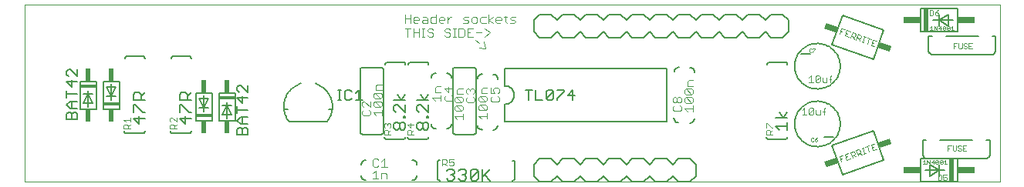
<source format=gto>
G75*
%MOIN*%
%OFA0B0*%
%FSLAX24Y24*%
%IPPOS*%
%LPD*%
%AMOC8*
5,1,8,0,0,1.08239X$1,22.5*
%
%ADD10C,0.0010*%
%ADD11C,0.0030*%
%ADD12C,0.0080*%
%ADD13C,0.0060*%
%ADD14C,0.0040*%
%ADD15R,0.0200X0.1000*%
%ADD16R,0.0750X0.0300*%
%ADD17C,0.0020*%
%ADD18R,0.0700X0.0150*%
%ADD19R,0.0200X0.0550*%
%ADD20C,0.0050*%
%ADD21R,0.0526X0.0256*%
D10*
X001244Y004057D02*
X043370Y004057D01*
X043370Y011734D01*
X001244Y011734D01*
X001244Y004057D01*
X035234Y005827D02*
X035259Y005802D01*
X035309Y005802D01*
X035334Y005827D01*
X035381Y005827D02*
X035406Y005802D01*
X035456Y005802D01*
X035481Y005827D01*
X035481Y005852D01*
X035456Y005877D01*
X035381Y005877D01*
X035381Y005827D01*
X035381Y005877D02*
X035431Y005927D01*
X035481Y005952D01*
X035334Y005927D02*
X035309Y005952D01*
X035259Y005952D01*
X035234Y005927D01*
X035234Y005827D01*
X035224Y009662D02*
X035249Y009687D01*
X035224Y009662D02*
X035174Y009662D01*
X035149Y009687D01*
X035149Y009787D01*
X035174Y009812D01*
X035224Y009812D01*
X035249Y009787D01*
X035296Y009812D02*
X035396Y009812D01*
X035396Y009787D01*
X035296Y009687D01*
X035296Y009662D01*
D11*
X036680Y010383D02*
X036837Y010326D01*
X036923Y010295D02*
X037008Y010530D01*
X037126Y010487D01*
X037151Y010433D01*
X037122Y010355D01*
X037069Y010330D01*
X036951Y010373D01*
X037030Y010344D02*
X037080Y010238D01*
X037165Y010206D02*
X037251Y010442D01*
X037368Y010399D01*
X037393Y010345D01*
X037365Y010267D01*
X037311Y010242D01*
X037194Y010285D01*
X037272Y010256D02*
X037322Y010149D01*
X037407Y010118D02*
X037486Y010090D01*
X037446Y010104D02*
X037532Y010339D01*
X037493Y010353D02*
X037571Y010325D01*
X037654Y010295D02*
X037811Y010238D01*
X037733Y010266D02*
X037647Y010031D01*
X037811Y009971D02*
X037968Y009914D01*
X037932Y010060D02*
X037854Y010089D01*
X037897Y010206D02*
X037811Y009971D01*
X037897Y010206D02*
X038053Y010149D01*
X036802Y010472D02*
X036723Y010500D01*
X036680Y010383D02*
X036766Y010618D01*
X036923Y010561D01*
X036681Y010649D02*
X036524Y010706D01*
X036438Y010471D01*
X036481Y010589D02*
X036559Y010560D01*
X036099Y008652D02*
X036051Y008604D01*
X036051Y008362D01*
X035902Y008362D02*
X035902Y008555D01*
X036003Y008507D02*
X036099Y008507D01*
X035902Y008362D02*
X035756Y008362D01*
X035708Y008410D01*
X035708Y008555D01*
X035607Y008604D02*
X035413Y008410D01*
X035462Y008362D01*
X035558Y008362D01*
X035607Y008410D01*
X035607Y008604D01*
X035558Y008652D01*
X035462Y008652D01*
X035413Y008604D01*
X035413Y008410D01*
X035312Y008362D02*
X035119Y008362D01*
X035215Y008362D02*
X035215Y008652D01*
X035119Y008555D01*
X035181Y007242D02*
X035278Y007242D01*
X035326Y007194D01*
X035133Y007000D01*
X035181Y006952D01*
X035278Y006952D01*
X035326Y007000D01*
X035326Y007194D01*
X035428Y007145D02*
X035428Y007000D01*
X035476Y006952D01*
X035621Y006952D01*
X035621Y007145D01*
X035722Y007097D02*
X035819Y007097D01*
X035771Y007194D02*
X035819Y007242D01*
X035771Y007194D02*
X035771Y006952D01*
X035133Y007000D02*
X035133Y007194D01*
X035181Y007242D01*
X034935Y007242D02*
X034935Y006952D01*
X034838Y006952D02*
X035032Y006952D01*
X034838Y007145D02*
X034935Y007242D01*
X033511Y006391D02*
X033318Y006584D01*
X033270Y006584D01*
X033270Y006391D01*
X033318Y006289D02*
X033415Y006289D01*
X033463Y006241D01*
X033463Y006096D01*
X033463Y006193D02*
X033560Y006289D01*
X033560Y006391D02*
X033511Y006391D01*
X033318Y006289D02*
X033270Y006241D01*
X033270Y006096D01*
X033560Y006096D01*
X036436Y005150D02*
X036592Y005207D01*
X036678Y005238D02*
X036763Y005003D01*
X036920Y005060D01*
X037006Y005091D02*
X036920Y005326D01*
X037038Y005369D01*
X037091Y005344D01*
X037120Y005266D01*
X037095Y005212D01*
X036977Y005170D01*
X037055Y005198D02*
X037162Y005148D01*
X037248Y005179D02*
X037162Y005414D01*
X037280Y005457D01*
X037333Y005432D01*
X037362Y005354D01*
X037337Y005300D01*
X037219Y005258D01*
X037298Y005286D02*
X037405Y005236D01*
X037490Y005267D02*
X037569Y005296D01*
X037529Y005282D02*
X037444Y005517D01*
X037405Y005503D02*
X037483Y005531D01*
X037566Y005561D02*
X037723Y005618D01*
X037644Y005590D02*
X037730Y005355D01*
X037894Y005414D02*
X038051Y005472D01*
X037930Y005561D02*
X037851Y005532D01*
X037808Y005650D02*
X037894Y005414D01*
X037808Y005650D02*
X037965Y005707D01*
X036835Y005295D02*
X036678Y005238D01*
X036721Y005121D02*
X036799Y005149D01*
X036557Y005061D02*
X036478Y005032D01*
X036521Y004915D02*
X036436Y005150D01*
X021154Y009840D02*
X020879Y009855D01*
X020900Y010054D02*
X020731Y010195D01*
X020617Y010332D02*
X020370Y010332D01*
X020370Y010702D01*
X020617Y010702D01*
X020738Y010517D02*
X020985Y010517D01*
X021106Y010702D02*
X021353Y010517D01*
X021106Y010332D01*
X021091Y010108D02*
X021154Y009840D01*
X020248Y010393D02*
X020187Y010332D01*
X020001Y010332D01*
X020001Y010702D01*
X020187Y010702D01*
X020248Y010640D01*
X020248Y010393D01*
X020370Y010517D02*
X020493Y010517D01*
X019879Y010702D02*
X019756Y010702D01*
X019818Y010702D02*
X019818Y010332D01*
X019879Y010332D02*
X019756Y010332D01*
X019634Y010393D02*
X019573Y010332D01*
X019449Y010332D01*
X019388Y010393D01*
X019449Y010517D02*
X019573Y010517D01*
X019634Y010455D01*
X019634Y010393D01*
X019449Y010517D02*
X019388Y010579D01*
X019388Y010640D01*
X019449Y010702D01*
X019573Y010702D01*
X019634Y010640D01*
X018898Y010640D02*
X018836Y010702D01*
X018713Y010702D01*
X018651Y010640D01*
X018651Y010579D01*
X018713Y010517D01*
X018836Y010517D01*
X018898Y010455D01*
X018898Y010393D01*
X018836Y010332D01*
X018713Y010332D01*
X018651Y010393D01*
X018529Y010332D02*
X018405Y010332D01*
X018467Y010332D02*
X018467Y010702D01*
X018405Y010702D02*
X018529Y010702D01*
X018284Y010702D02*
X018284Y010332D01*
X018284Y010517D02*
X018037Y010517D01*
X018037Y010332D02*
X018037Y010702D01*
X017916Y010702D02*
X017669Y010702D01*
X017792Y010702D02*
X017792Y010332D01*
X017669Y010932D02*
X017669Y011302D01*
X017669Y011117D02*
X017916Y011117D01*
X018037Y011117D02*
X018099Y011179D01*
X018222Y011179D01*
X018284Y011117D01*
X018284Y011055D01*
X018037Y011055D01*
X018037Y010993D02*
X018037Y011117D01*
X018037Y010993D02*
X018099Y010932D01*
X018222Y010932D01*
X018405Y010993D02*
X018467Y011055D01*
X018652Y011055D01*
X018652Y011117D02*
X018652Y010932D01*
X018467Y010932D01*
X018405Y010993D01*
X018467Y011179D02*
X018590Y011179D01*
X018652Y011117D01*
X018774Y011117D02*
X018835Y011179D01*
X019021Y011179D01*
X019021Y011302D02*
X019021Y010932D01*
X018835Y010932D01*
X018774Y010993D01*
X018774Y011117D01*
X019142Y011117D02*
X019142Y010993D01*
X019204Y010932D01*
X019327Y010932D01*
X019389Y011055D02*
X019142Y011055D01*
X019142Y011117D02*
X019204Y011179D01*
X019327Y011179D01*
X019389Y011117D01*
X019389Y011055D01*
X019510Y011055D02*
X019634Y011179D01*
X019695Y011179D01*
X019510Y011179D02*
X019510Y010932D01*
X020186Y010932D02*
X020371Y010932D01*
X020432Y010993D01*
X020371Y011055D01*
X020247Y011055D01*
X020186Y011117D01*
X020247Y011179D01*
X020432Y011179D01*
X020554Y011117D02*
X020554Y010993D01*
X020616Y010932D01*
X020739Y010932D01*
X020801Y010993D01*
X020801Y011117D01*
X020739Y011179D01*
X020616Y011179D01*
X020554Y011117D01*
X020922Y011117D02*
X020922Y010993D01*
X020984Y010932D01*
X021169Y010932D01*
X021290Y010932D02*
X021290Y011302D01*
X021169Y011179D02*
X020984Y011179D01*
X020922Y011117D01*
X021290Y011055D02*
X021476Y010932D01*
X021597Y010993D02*
X021597Y011117D01*
X021659Y011179D01*
X021783Y011179D01*
X021844Y011117D01*
X021844Y011055D01*
X021597Y011055D01*
X021597Y010993D02*
X021659Y010932D01*
X021783Y010932D01*
X022027Y010993D02*
X022089Y010932D01*
X022027Y010993D02*
X022027Y011240D01*
X021966Y011179D02*
X022089Y011179D01*
X022211Y011117D02*
X022273Y011179D01*
X022458Y011179D01*
X022396Y011055D02*
X022273Y011055D01*
X022211Y011117D01*
X022211Y010932D02*
X022396Y010932D01*
X022458Y010993D01*
X022396Y011055D01*
X021476Y011179D02*
X021290Y011055D01*
X017916Y010932D02*
X017916Y011302D01*
X007810Y006834D02*
X007810Y006641D01*
X007616Y006834D01*
X007568Y006834D01*
X007520Y006786D01*
X007520Y006689D01*
X007568Y006641D01*
X007568Y006539D02*
X007665Y006539D01*
X007713Y006491D01*
X007713Y006346D01*
X007713Y006443D02*
X007810Y006539D01*
X007810Y006346D02*
X007520Y006346D01*
X007520Y006491D01*
X007568Y006539D01*
X005810Y006539D02*
X005713Y006443D01*
X005713Y006491D02*
X005713Y006346D01*
X005810Y006346D02*
X005520Y006346D01*
X005520Y006491D01*
X005568Y006539D01*
X005665Y006539D01*
X005713Y006491D01*
X005616Y006641D02*
X005520Y006737D01*
X005810Y006737D01*
X005810Y006641D02*
X005810Y006834D01*
X016770Y006536D02*
X016818Y006584D01*
X016866Y006584D01*
X016915Y006536D01*
X016963Y006584D01*
X017011Y006584D01*
X017060Y006536D01*
X017060Y006439D01*
X017011Y006391D01*
X017060Y006289D02*
X016963Y006193D01*
X016963Y006241D02*
X016963Y006096D01*
X017060Y006096D02*
X016770Y006096D01*
X016770Y006241D01*
X016818Y006289D01*
X016915Y006289D01*
X016963Y006241D01*
X016818Y006391D02*
X016770Y006439D01*
X016770Y006536D01*
X016915Y006536D02*
X016915Y006487D01*
X017770Y006536D02*
X017915Y006391D01*
X017915Y006584D01*
X018060Y006536D02*
X017770Y006536D01*
X017818Y006289D02*
X017915Y006289D01*
X017963Y006241D01*
X017963Y006096D01*
X017963Y006193D02*
X018060Y006289D01*
X018060Y006096D02*
X017770Y006096D01*
X017770Y006241D01*
X017818Y006289D01*
X019283Y005031D02*
X019428Y005031D01*
X019476Y004982D01*
X019476Y004886D01*
X019428Y004837D01*
X019283Y004837D01*
X019283Y004741D02*
X019283Y005031D01*
X019380Y004837D02*
X019476Y004741D01*
X019578Y004789D02*
X019626Y004741D01*
X019723Y004741D01*
X019771Y004789D01*
X019771Y004886D01*
X019723Y004934D01*
X019674Y004934D01*
X019578Y004886D01*
X019578Y005031D01*
X019771Y005031D01*
D12*
X023244Y004807D02*
X023244Y004307D01*
X023494Y004057D01*
X023994Y004057D01*
X024244Y004307D01*
X024494Y004057D01*
X024994Y004057D01*
X025244Y004307D01*
X025494Y004057D01*
X025994Y004057D01*
X026244Y004307D01*
X026494Y004057D01*
X026994Y004057D01*
X027244Y004307D01*
X027494Y004057D01*
X027994Y004057D01*
X028244Y004307D01*
X028494Y004057D01*
X028994Y004057D01*
X029244Y004307D01*
X029494Y004057D01*
X029994Y004057D01*
X030244Y004307D01*
X030244Y004807D01*
X029994Y005057D01*
X029494Y005057D01*
X029244Y004807D01*
X028994Y005057D01*
X028494Y005057D01*
X028244Y004807D01*
X027994Y005057D01*
X027494Y005057D01*
X027244Y004807D01*
X026994Y005057D01*
X026494Y005057D01*
X026244Y004807D01*
X025994Y005057D01*
X025494Y005057D01*
X025244Y004807D01*
X024994Y005057D01*
X024494Y005057D01*
X024244Y004807D01*
X023994Y005057D01*
X023494Y005057D01*
X023244Y004807D01*
X034510Y006557D02*
X034512Y006619D01*
X034518Y006682D01*
X034528Y006743D01*
X034542Y006804D01*
X034559Y006864D01*
X034580Y006923D01*
X034606Y006980D01*
X034634Y007035D01*
X034666Y007089D01*
X034702Y007140D01*
X034740Y007190D01*
X034782Y007236D01*
X034826Y007280D01*
X034874Y007321D01*
X034923Y007359D01*
X034975Y007393D01*
X035029Y007424D01*
X035085Y007452D01*
X035143Y007476D01*
X035202Y007497D01*
X035262Y007513D01*
X035323Y007526D01*
X035385Y007535D01*
X035447Y007540D01*
X035510Y007541D01*
X035572Y007538D01*
X035634Y007531D01*
X035696Y007520D01*
X035756Y007505D01*
X035816Y007487D01*
X035874Y007465D01*
X035931Y007439D01*
X035986Y007409D01*
X036039Y007376D01*
X036090Y007340D01*
X036138Y007301D01*
X036184Y007258D01*
X036227Y007213D01*
X036267Y007165D01*
X036304Y007115D01*
X036338Y007062D01*
X036369Y007008D01*
X036395Y006952D01*
X036419Y006894D01*
X036438Y006834D01*
X036454Y006774D01*
X036466Y006712D01*
X036474Y006651D01*
X036478Y006588D01*
X036478Y006526D01*
X036474Y006463D01*
X036466Y006402D01*
X036454Y006340D01*
X036438Y006280D01*
X036419Y006220D01*
X036395Y006162D01*
X036369Y006106D01*
X036338Y006052D01*
X036304Y005999D01*
X036267Y005949D01*
X036227Y005901D01*
X036184Y005856D01*
X036138Y005813D01*
X036090Y005774D01*
X036039Y005738D01*
X035986Y005705D01*
X035931Y005675D01*
X035874Y005649D01*
X035816Y005627D01*
X035756Y005609D01*
X035696Y005594D01*
X035634Y005583D01*
X035572Y005576D01*
X035510Y005573D01*
X035447Y005574D01*
X035385Y005579D01*
X035323Y005588D01*
X035262Y005601D01*
X035202Y005617D01*
X035143Y005638D01*
X035085Y005662D01*
X035029Y005690D01*
X034975Y005721D01*
X034923Y005755D01*
X034874Y005793D01*
X034826Y005834D01*
X034782Y005878D01*
X034740Y005924D01*
X034702Y005974D01*
X034666Y006025D01*
X034634Y006079D01*
X034606Y006134D01*
X034580Y006191D01*
X034559Y006250D01*
X034542Y006310D01*
X034528Y006371D01*
X034518Y006432D01*
X034512Y006495D01*
X034510Y006557D01*
X035794Y006007D02*
X036194Y006007D01*
X036127Y005612D02*
X036585Y004355D01*
X038361Y005001D01*
X037903Y006259D01*
X036127Y005612D01*
X034510Y009057D02*
X034512Y009119D01*
X034518Y009182D01*
X034528Y009243D01*
X034542Y009304D01*
X034559Y009364D01*
X034580Y009423D01*
X034606Y009480D01*
X034634Y009535D01*
X034666Y009589D01*
X034702Y009640D01*
X034740Y009690D01*
X034782Y009736D01*
X034826Y009780D01*
X034874Y009821D01*
X034923Y009859D01*
X034975Y009893D01*
X035029Y009924D01*
X035085Y009952D01*
X035143Y009976D01*
X035202Y009997D01*
X035262Y010013D01*
X035323Y010026D01*
X035385Y010035D01*
X035447Y010040D01*
X035510Y010041D01*
X035572Y010038D01*
X035634Y010031D01*
X035696Y010020D01*
X035756Y010005D01*
X035816Y009987D01*
X035874Y009965D01*
X035931Y009939D01*
X035986Y009909D01*
X036039Y009876D01*
X036090Y009840D01*
X036138Y009801D01*
X036184Y009758D01*
X036227Y009713D01*
X036267Y009665D01*
X036304Y009615D01*
X036338Y009562D01*
X036369Y009508D01*
X036395Y009452D01*
X036419Y009394D01*
X036438Y009334D01*
X036454Y009274D01*
X036466Y009212D01*
X036474Y009151D01*
X036478Y009088D01*
X036478Y009026D01*
X036474Y008963D01*
X036466Y008902D01*
X036454Y008840D01*
X036438Y008780D01*
X036419Y008720D01*
X036395Y008662D01*
X036369Y008606D01*
X036338Y008552D01*
X036304Y008499D01*
X036267Y008449D01*
X036227Y008401D01*
X036184Y008356D01*
X036138Y008313D01*
X036090Y008274D01*
X036039Y008238D01*
X035986Y008205D01*
X035931Y008175D01*
X035874Y008149D01*
X035816Y008127D01*
X035756Y008109D01*
X035696Y008094D01*
X035634Y008083D01*
X035572Y008076D01*
X035510Y008073D01*
X035447Y008074D01*
X035385Y008079D01*
X035323Y008088D01*
X035262Y008101D01*
X035202Y008117D01*
X035143Y008138D01*
X035085Y008162D01*
X035029Y008190D01*
X034975Y008221D01*
X034923Y008255D01*
X034874Y008293D01*
X034826Y008334D01*
X034782Y008378D01*
X034740Y008424D01*
X034702Y008474D01*
X034666Y008525D01*
X034634Y008579D01*
X034606Y008634D01*
X034580Y008691D01*
X034559Y008750D01*
X034542Y008810D01*
X034528Y008871D01*
X034518Y008932D01*
X034512Y008995D01*
X034510Y009057D01*
X034794Y009607D02*
X035194Y009607D01*
X036127Y010001D02*
X036585Y011259D01*
X038361Y010612D01*
X037903Y009355D01*
X036127Y010001D01*
X034244Y010557D02*
X033994Y010307D01*
X033494Y010307D01*
X033244Y010557D01*
X032994Y010307D01*
X032494Y010307D01*
X032244Y010557D01*
X031994Y010307D01*
X031494Y010307D01*
X031244Y010557D01*
X030994Y010307D01*
X030494Y010307D01*
X030244Y010557D01*
X029994Y010307D01*
X029494Y010307D01*
X029244Y010557D01*
X028994Y010307D01*
X028494Y010307D01*
X028244Y010557D01*
X027994Y010307D01*
X027494Y010307D01*
X027244Y010557D01*
X026994Y010307D01*
X026494Y010307D01*
X026244Y010557D01*
X025994Y010307D01*
X025494Y010307D01*
X025244Y010557D01*
X024994Y010307D01*
X024494Y010307D01*
X024244Y010557D01*
X023994Y010307D01*
X023494Y010307D01*
X023244Y010557D01*
X023244Y011057D01*
X023494Y011307D01*
X023994Y011307D01*
X024244Y011057D01*
X024494Y011307D01*
X024994Y011307D01*
X025244Y011057D01*
X025494Y011307D01*
X025994Y011307D01*
X026244Y011057D01*
X026494Y011307D01*
X026994Y011307D01*
X027244Y011057D01*
X027494Y011307D01*
X027994Y011307D01*
X028244Y011057D01*
X028494Y011307D01*
X028994Y011307D01*
X029244Y011057D01*
X029494Y011307D01*
X029994Y011307D01*
X030244Y011057D01*
X030494Y011307D01*
X030994Y011307D01*
X031244Y011057D01*
X031494Y011307D01*
X031994Y011307D01*
X032244Y011057D01*
X032494Y011307D01*
X032994Y011307D01*
X033244Y011057D01*
X033494Y011307D01*
X033994Y011307D01*
X034244Y011057D01*
X034244Y010557D01*
D13*
X034094Y009240D02*
X033433Y009240D01*
X033416Y009238D01*
X033399Y009234D01*
X033383Y009227D01*
X033369Y009217D01*
X033356Y009204D01*
X033346Y009190D01*
X033339Y009174D01*
X033335Y009157D01*
X033333Y009140D01*
X034094Y009240D02*
X034111Y009238D01*
X034128Y009234D01*
X034144Y009227D01*
X034158Y009217D01*
X034171Y009204D01*
X034181Y009190D01*
X034188Y009174D01*
X034192Y009157D01*
X034194Y009140D01*
X030180Y008807D02*
X030178Y008833D01*
X030173Y008859D01*
X030165Y008884D01*
X030153Y008907D01*
X030139Y008929D01*
X030121Y008948D01*
X030102Y008966D01*
X030080Y008980D01*
X030057Y008992D01*
X030032Y009000D01*
X030006Y009005D01*
X029980Y009007D01*
X029511Y009014D02*
X029485Y009012D01*
X029459Y009007D01*
X029434Y008999D01*
X029411Y008987D01*
X029389Y008973D01*
X029370Y008955D01*
X029352Y008936D01*
X029338Y008914D01*
X029326Y008891D01*
X029318Y008866D01*
X029313Y008840D01*
X029311Y008814D01*
X028994Y008957D02*
X028994Y006657D01*
X021994Y006657D01*
X021994Y007407D01*
X022033Y007409D01*
X022072Y007415D01*
X022110Y007424D01*
X022147Y007437D01*
X022183Y007454D01*
X022216Y007474D01*
X022248Y007498D01*
X022277Y007524D01*
X022303Y007553D01*
X022327Y007585D01*
X022347Y007618D01*
X022364Y007654D01*
X022377Y007691D01*
X022386Y007729D01*
X022392Y007768D01*
X022394Y007807D01*
X022392Y007846D01*
X022386Y007885D01*
X022377Y007923D01*
X022364Y007960D01*
X022347Y007996D01*
X022327Y008029D01*
X022303Y008061D01*
X022277Y008090D01*
X022248Y008116D01*
X022216Y008140D01*
X022183Y008160D01*
X022147Y008177D01*
X022110Y008190D01*
X022072Y008199D01*
X022033Y008205D01*
X021994Y008207D01*
X021994Y008957D01*
X028994Y008957D01*
X033863Y007059D02*
X034030Y006809D01*
X034197Y007059D01*
X034197Y006809D02*
X033696Y006809D01*
X034197Y006627D02*
X034197Y006293D01*
X034197Y006460D02*
X033696Y006460D01*
X033863Y006293D01*
X034194Y005999D02*
X034192Y005982D01*
X034188Y005965D01*
X034181Y005949D01*
X034171Y005935D01*
X034158Y005922D01*
X034144Y005912D01*
X034128Y005905D01*
X034111Y005901D01*
X034094Y005899D01*
X033394Y005899D01*
X033377Y005901D01*
X033360Y005905D01*
X033344Y005912D01*
X033330Y005922D01*
X033317Y005935D01*
X033307Y005949D01*
X033300Y005965D01*
X033296Y005982D01*
X033294Y005999D01*
X030173Y006796D02*
X030171Y006770D01*
X030166Y006744D01*
X030158Y006719D01*
X030146Y006696D01*
X030132Y006674D01*
X030114Y006655D01*
X030095Y006637D01*
X030073Y006623D01*
X030050Y006611D01*
X030025Y006603D01*
X029999Y006598D01*
X029973Y006596D01*
X029500Y006612D02*
X029474Y006614D01*
X029448Y006619D01*
X029423Y006627D01*
X029400Y006639D01*
X029378Y006653D01*
X029359Y006671D01*
X029341Y006690D01*
X029327Y006712D01*
X029315Y006735D01*
X029307Y006760D01*
X029302Y006786D01*
X029300Y006812D01*
X022427Y004867D02*
X022427Y004207D01*
X022425Y004190D01*
X022421Y004173D01*
X022414Y004157D01*
X022404Y004143D01*
X022391Y004130D01*
X022377Y004120D01*
X022361Y004113D01*
X022344Y004109D01*
X022327Y004107D01*
X021361Y004104D02*
X021111Y004354D01*
X021027Y004270D02*
X021361Y004604D01*
X021027Y004604D02*
X021027Y004104D01*
X020845Y004187D02*
X020762Y004104D01*
X020595Y004104D01*
X020512Y004187D01*
X020845Y004521D01*
X020845Y004187D01*
X020512Y004187D02*
X020512Y004521D01*
X020595Y004604D01*
X020762Y004604D01*
X020845Y004521D01*
X020330Y004521D02*
X020330Y004437D01*
X020246Y004354D01*
X020330Y004270D01*
X020330Y004187D01*
X020246Y004104D01*
X020080Y004104D01*
X019996Y004187D01*
X019814Y004187D02*
X019731Y004104D01*
X019564Y004104D01*
X019480Y004187D01*
X019647Y004354D02*
X019731Y004354D01*
X019814Y004270D01*
X019814Y004187D01*
X019731Y004354D02*
X019814Y004437D01*
X019814Y004521D01*
X019731Y004604D01*
X019564Y004604D01*
X019480Y004521D01*
X019996Y004521D02*
X020080Y004604D01*
X020246Y004604D01*
X020330Y004521D01*
X020246Y004354D02*
X020163Y004354D01*
X019186Y004107D02*
X019169Y004109D01*
X019152Y004113D01*
X019136Y004120D01*
X019122Y004130D01*
X019109Y004143D01*
X019099Y004157D01*
X019092Y004173D01*
X019088Y004190D01*
X019086Y004207D01*
X019086Y004907D01*
X019088Y004924D01*
X019092Y004941D01*
X019099Y004957D01*
X019109Y004971D01*
X019122Y004984D01*
X019136Y004994D01*
X019152Y005001D01*
X019169Y005005D01*
X019186Y005007D01*
X018201Y004790D02*
X018199Y004816D01*
X018194Y004842D01*
X018186Y004867D01*
X018174Y004890D01*
X018160Y004912D01*
X018142Y004931D01*
X018123Y004949D01*
X018101Y004963D01*
X018078Y004975D01*
X018053Y004983D01*
X018027Y004988D01*
X018001Y004990D01*
X018194Y004320D02*
X018192Y004294D01*
X018187Y004268D01*
X018179Y004243D01*
X018167Y004220D01*
X018153Y004198D01*
X018135Y004179D01*
X018116Y004161D01*
X018094Y004147D01*
X018071Y004135D01*
X018046Y004127D01*
X018020Y004122D01*
X017994Y004120D01*
X015983Y004127D02*
X015957Y004129D01*
X015931Y004134D01*
X015906Y004142D01*
X015883Y004154D01*
X015861Y004168D01*
X015842Y004186D01*
X015824Y004205D01*
X015810Y004227D01*
X015798Y004250D01*
X015790Y004275D01*
X015785Y004301D01*
X015783Y004327D01*
X015799Y004800D02*
X015801Y004826D01*
X015806Y004852D01*
X015814Y004877D01*
X015826Y004900D01*
X015840Y004922D01*
X015858Y004941D01*
X015877Y004959D01*
X015899Y004973D01*
X015922Y004985D01*
X015947Y004993D01*
X015973Y004998D01*
X015999Y005000D01*
X016894Y005899D02*
X017594Y005899D01*
X017611Y005901D01*
X017628Y005905D01*
X017644Y005912D01*
X017658Y005922D01*
X017671Y005935D01*
X017681Y005949D01*
X017688Y005965D01*
X017692Y005982D01*
X017694Y005999D01*
X017794Y005999D02*
X017796Y005982D01*
X017800Y005965D01*
X017807Y005949D01*
X017817Y005935D01*
X017830Y005922D01*
X017844Y005912D01*
X017860Y005905D01*
X017877Y005901D01*
X017894Y005899D01*
X018594Y005899D01*
X018611Y005901D01*
X018628Y005905D01*
X018644Y005912D01*
X018658Y005922D01*
X018671Y005935D01*
X018681Y005949D01*
X018688Y005965D01*
X018692Y005982D01*
X018694Y005999D01*
X018613Y006293D02*
X018530Y006293D01*
X018447Y006377D01*
X018447Y006544D01*
X018530Y006627D01*
X018613Y006627D01*
X018697Y006544D01*
X018697Y006377D01*
X018613Y006293D01*
X018447Y006377D02*
X018363Y006293D01*
X018280Y006293D01*
X018196Y006377D01*
X018196Y006544D01*
X018280Y006627D01*
X018363Y006627D01*
X018447Y006544D01*
X018807Y006557D02*
X018809Y006531D01*
X018814Y006505D01*
X018822Y006480D01*
X018834Y006457D01*
X018848Y006435D01*
X018866Y006416D01*
X018885Y006398D01*
X018907Y006384D01*
X018930Y006372D01*
X018955Y006364D01*
X018981Y006359D01*
X019007Y006357D01*
X019477Y006350D02*
X019503Y006352D01*
X019529Y006357D01*
X019554Y006365D01*
X019577Y006377D01*
X019599Y006391D01*
X019618Y006409D01*
X019636Y006428D01*
X019650Y006450D01*
X019662Y006473D01*
X019670Y006498D01*
X019675Y006524D01*
X019677Y006550D01*
X019744Y006207D02*
X019744Y008907D01*
X019746Y008924D01*
X019750Y008941D01*
X019757Y008957D01*
X019767Y008971D01*
X019780Y008984D01*
X019794Y008994D01*
X019810Y009001D01*
X019827Y009005D01*
X019844Y009007D01*
X020644Y009007D01*
X020661Y009005D01*
X020678Y009001D01*
X020694Y008994D01*
X020708Y008984D01*
X020721Y008971D01*
X020731Y008957D01*
X020738Y008941D01*
X020742Y008924D01*
X020744Y008907D01*
X020744Y006207D01*
X020742Y006190D01*
X020738Y006173D01*
X020731Y006157D01*
X020721Y006143D01*
X020708Y006130D01*
X020694Y006120D01*
X020678Y006113D01*
X020661Y006109D01*
X020644Y006107D01*
X019844Y006107D01*
X019827Y006109D01*
X019810Y006113D01*
X019794Y006120D01*
X019780Y006130D01*
X019767Y006143D01*
X019757Y006157D01*
X019750Y006173D01*
X019746Y006190D01*
X019744Y006207D01*
X020807Y006507D02*
X020809Y006481D01*
X020814Y006455D01*
X020822Y006430D01*
X020834Y006407D01*
X020848Y006385D01*
X020866Y006366D01*
X020885Y006348D01*
X020907Y006334D01*
X020930Y006322D01*
X020955Y006314D01*
X020981Y006309D01*
X021007Y006307D01*
X021477Y006300D02*
X021503Y006302D01*
X021529Y006307D01*
X021554Y006315D01*
X021577Y006327D01*
X021599Y006341D01*
X021618Y006359D01*
X021636Y006378D01*
X021650Y006400D01*
X021662Y006423D01*
X021670Y006448D01*
X021675Y006474D01*
X021677Y006500D01*
X018697Y006809D02*
X018697Y006893D01*
X018613Y006893D01*
X018613Y006809D01*
X018697Y006809D01*
X018697Y007067D02*
X018363Y007401D01*
X018280Y007401D01*
X018196Y007317D01*
X018196Y007150D01*
X018280Y007067D01*
X018697Y007067D02*
X018697Y007401D01*
X018697Y007583D02*
X018196Y007583D01*
X018363Y007833D02*
X018530Y007583D01*
X018697Y007833D01*
X017697Y007833D02*
X017530Y007583D01*
X017363Y007833D01*
X017196Y007583D02*
X017697Y007583D01*
X017697Y007401D02*
X017697Y007067D01*
X017363Y007401D01*
X017280Y007401D01*
X017196Y007317D01*
X017196Y007150D01*
X017280Y007067D01*
X017613Y006893D02*
X017697Y006893D01*
X017697Y006809D01*
X017613Y006809D01*
X017613Y006893D01*
X017613Y006627D02*
X017697Y006544D01*
X017697Y006377D01*
X017613Y006293D01*
X017530Y006293D01*
X017447Y006377D01*
X017447Y006544D01*
X017530Y006627D01*
X017613Y006627D01*
X017447Y006544D02*
X017363Y006627D01*
X017280Y006627D01*
X017196Y006544D01*
X017196Y006377D01*
X017280Y006293D01*
X017363Y006293D01*
X017447Y006377D01*
X016744Y006207D02*
X016744Y008907D01*
X016742Y008924D01*
X016738Y008941D01*
X016731Y008957D01*
X016721Y008971D01*
X016708Y008984D01*
X016694Y008994D01*
X016678Y009001D01*
X016661Y009005D01*
X016644Y009007D01*
X015844Y009007D01*
X015827Y009005D01*
X015810Y009001D01*
X015794Y008994D01*
X015780Y008984D01*
X015767Y008971D01*
X015757Y008957D01*
X015750Y008941D01*
X015746Y008924D01*
X015744Y008907D01*
X015744Y006207D01*
X015746Y006190D01*
X015750Y006173D01*
X015757Y006157D01*
X015767Y006143D01*
X015780Y006130D01*
X015794Y006120D01*
X015810Y006113D01*
X015827Y006109D01*
X015844Y006107D01*
X016644Y006107D01*
X016661Y006109D01*
X016678Y006113D01*
X016694Y006120D01*
X016708Y006130D01*
X016721Y006143D01*
X016731Y006157D01*
X016738Y006173D01*
X016742Y006190D01*
X016744Y006207D01*
X016794Y005999D02*
X016796Y005982D01*
X016800Y005965D01*
X016807Y005949D01*
X016817Y005935D01*
X016830Y005922D01*
X016844Y005912D01*
X016860Y005905D01*
X016877Y005901D01*
X016894Y005899D01*
X014319Y006657D02*
X012669Y006657D01*
X012606Y007207D02*
X012448Y007207D01*
X012669Y006657D02*
X012632Y006708D01*
X012597Y006761D01*
X012565Y006817D01*
X012537Y006874D01*
X012513Y006933D01*
X012492Y006993D01*
X012475Y007054D01*
X012461Y007116D01*
X012452Y007179D01*
X012446Y007242D01*
X012444Y007306D01*
X012446Y007370D01*
X012452Y007433D01*
X012461Y007496D01*
X012474Y007558D01*
X012492Y007619D01*
X012512Y007679D01*
X012537Y007738D01*
X012565Y007795D01*
X012596Y007851D01*
X012630Y007904D01*
X012668Y007955D01*
X012709Y008004D01*
X012753Y008050D01*
X012799Y008094D01*
X012848Y008135D01*
X012899Y008172D01*
X012953Y008207D01*
X013008Y008238D01*
X013065Y008266D01*
X013124Y008290D01*
X013184Y008310D01*
X010344Y007907D02*
X009644Y007907D01*
X009644Y006707D01*
X010344Y006707D01*
X010344Y007907D01*
X009344Y007907D02*
X008644Y007907D01*
X008644Y006707D01*
X009344Y006707D01*
X009344Y007907D01*
X008994Y007807D02*
X008994Y007257D01*
X009194Y007257D01*
X008994Y007257D02*
X008794Y007257D01*
X008994Y007257D02*
X008994Y007107D01*
X008994Y007257D02*
X008794Y007657D01*
X009194Y007657D01*
X008994Y007257D01*
X008447Y007059D02*
X008363Y007059D01*
X008030Y007393D01*
X007946Y007393D01*
X007946Y007059D01*
X008197Y006877D02*
X008197Y006543D01*
X007946Y006794D01*
X008447Y006794D01*
X009794Y006957D02*
X009994Y007357D01*
X009794Y007357D01*
X009994Y007357D02*
X010194Y007357D01*
X009994Y007357D02*
X010194Y006957D01*
X009794Y006957D01*
X009994Y006807D02*
X009994Y007357D01*
X009994Y007507D01*
X008447Y007575D02*
X007946Y007575D01*
X007946Y007825D01*
X008030Y007908D01*
X008197Y007908D01*
X008280Y007825D01*
X008280Y007575D01*
X008280Y007742D02*
X008447Y007908D01*
X006447Y007908D02*
X006280Y007742D01*
X006280Y007825D02*
X006280Y007575D01*
X006447Y007575D02*
X005946Y007575D01*
X005946Y007825D01*
X006030Y007908D01*
X006197Y007908D01*
X006280Y007825D01*
X006030Y007393D02*
X006363Y007059D01*
X006447Y007059D01*
X006197Y006877D02*
X006197Y006543D01*
X005946Y006794D01*
X006447Y006794D01*
X005946Y007059D02*
X005946Y007393D01*
X006030Y007393D01*
X005344Y007207D02*
X004644Y007207D01*
X004644Y008407D01*
X005344Y008407D01*
X005344Y007207D01*
X004994Y007607D02*
X004994Y007757D01*
X005194Y007757D01*
X004994Y007757D02*
X004794Y007757D01*
X004994Y007757D02*
X004794Y008157D01*
X005194Y008157D01*
X004994Y007757D01*
X004994Y008307D01*
X004344Y008407D02*
X003644Y008407D01*
X003644Y007207D01*
X004344Y007207D01*
X004344Y008407D01*
X003994Y008007D02*
X003994Y007857D01*
X003794Y007857D01*
X003994Y007857D02*
X004194Y007857D01*
X003994Y007857D02*
X004194Y007457D01*
X003794Y007457D01*
X003994Y007857D01*
X003994Y007307D01*
X005544Y006249D02*
X005546Y006232D01*
X005550Y006215D01*
X005557Y006199D01*
X005567Y006185D01*
X005580Y006172D01*
X005594Y006162D01*
X005610Y006155D01*
X005627Y006151D01*
X005644Y006149D01*
X006344Y006149D01*
X006361Y006151D01*
X006378Y006155D01*
X006394Y006162D01*
X006408Y006172D01*
X006421Y006185D01*
X006431Y006199D01*
X006438Y006215D01*
X006442Y006232D01*
X006444Y006249D01*
X007544Y006249D02*
X007546Y006232D01*
X007550Y006215D01*
X007557Y006199D01*
X007567Y006185D01*
X007580Y006172D01*
X007594Y006162D01*
X007610Y006155D01*
X007627Y006151D01*
X007644Y006149D01*
X008344Y006149D01*
X008361Y006151D01*
X008378Y006155D01*
X008394Y006162D01*
X008408Y006172D01*
X008421Y006185D01*
X008431Y006199D01*
X008438Y006215D01*
X008442Y006232D01*
X008444Y006249D01*
X013804Y008310D02*
X013864Y008290D01*
X013923Y008266D01*
X013980Y008238D01*
X014035Y008207D01*
X014089Y008172D01*
X014140Y008135D01*
X014189Y008094D01*
X014235Y008050D01*
X014279Y008004D01*
X014320Y007955D01*
X014358Y007904D01*
X014392Y007851D01*
X014424Y007795D01*
X014451Y007738D01*
X014476Y007679D01*
X014496Y007619D01*
X014514Y007558D01*
X014527Y007496D01*
X014536Y007433D01*
X014542Y007370D01*
X014544Y007306D01*
X014542Y007242D01*
X014536Y007179D01*
X014527Y007116D01*
X014513Y007054D01*
X014496Y006993D01*
X014475Y006933D01*
X014451Y006874D01*
X014423Y006817D01*
X014391Y006761D01*
X014356Y006708D01*
X014319Y006657D01*
X014381Y007207D02*
X014539Y007207D01*
X018814Y008567D02*
X018816Y008593D01*
X018821Y008619D01*
X018829Y008644D01*
X018841Y008667D01*
X018855Y008689D01*
X018873Y008708D01*
X018892Y008726D01*
X018914Y008740D01*
X018937Y008752D01*
X018962Y008760D01*
X018988Y008765D01*
X019014Y008767D01*
X019487Y008752D02*
X019513Y008750D01*
X019539Y008745D01*
X019564Y008737D01*
X019587Y008725D01*
X019609Y008711D01*
X019628Y008693D01*
X019646Y008674D01*
X019660Y008652D01*
X019672Y008629D01*
X019680Y008604D01*
X019685Y008578D01*
X019687Y008552D01*
X020814Y008517D02*
X020816Y008543D01*
X020821Y008569D01*
X020829Y008594D01*
X020841Y008617D01*
X020855Y008639D01*
X020873Y008658D01*
X020892Y008676D01*
X020914Y008690D01*
X020937Y008702D01*
X020962Y008710D01*
X020988Y008715D01*
X021014Y008717D01*
X021487Y008702D02*
X021513Y008700D01*
X021539Y008695D01*
X021564Y008687D01*
X021587Y008675D01*
X021609Y008661D01*
X021628Y008643D01*
X021646Y008624D01*
X021660Y008602D01*
X021672Y008579D01*
X021680Y008554D01*
X021685Y008528D01*
X021687Y008502D01*
X018694Y009140D02*
X018692Y009157D01*
X018688Y009174D01*
X018681Y009190D01*
X018671Y009204D01*
X018658Y009217D01*
X018644Y009227D01*
X018628Y009234D01*
X018611Y009238D01*
X018594Y009240D01*
X017933Y009240D01*
X017916Y009238D01*
X017899Y009234D01*
X017883Y009227D01*
X017869Y009217D01*
X017856Y009204D01*
X017846Y009190D01*
X017839Y009174D01*
X017835Y009157D01*
X017833Y009140D01*
X017694Y009140D02*
X017692Y009157D01*
X017688Y009174D01*
X017681Y009190D01*
X017671Y009204D01*
X017658Y009217D01*
X017644Y009227D01*
X017628Y009234D01*
X017611Y009238D01*
X017594Y009240D01*
X016933Y009240D01*
X016916Y009238D01*
X016899Y009234D01*
X016883Y009227D01*
X016869Y009217D01*
X016856Y009204D01*
X016846Y009190D01*
X016839Y009174D01*
X016835Y009157D01*
X016833Y009140D01*
X008444Y009390D02*
X008442Y009407D01*
X008438Y009424D01*
X008431Y009440D01*
X008421Y009454D01*
X008408Y009467D01*
X008394Y009477D01*
X008378Y009484D01*
X008361Y009488D01*
X008344Y009490D01*
X007683Y009490D01*
X007666Y009488D01*
X007649Y009484D01*
X007633Y009477D01*
X007619Y009467D01*
X007606Y009454D01*
X007596Y009440D01*
X007589Y009424D01*
X007585Y009407D01*
X007583Y009390D01*
X006444Y009390D02*
X006442Y009407D01*
X006438Y009424D01*
X006431Y009440D01*
X006421Y009454D01*
X006408Y009467D01*
X006394Y009477D01*
X006378Y009484D01*
X006361Y009488D01*
X006344Y009490D01*
X005683Y009490D01*
X005666Y009488D01*
X005649Y009484D01*
X005633Y009477D01*
X005619Y009467D01*
X005606Y009454D01*
X005596Y009440D01*
X005589Y009424D01*
X005585Y009407D01*
X005583Y009390D01*
X022327Y004967D02*
X022344Y004965D01*
X022361Y004961D01*
X022377Y004954D01*
X022391Y004944D01*
X022404Y004931D01*
X022414Y004917D01*
X022421Y004901D01*
X022425Y004884D01*
X022427Y004867D01*
X039944Y005057D02*
X039944Y004057D01*
X041544Y004057D01*
X041544Y005057D01*
X039944Y005057D01*
X040044Y005257D02*
X040044Y005857D01*
X040194Y005857D01*
X040794Y005857D02*
X042194Y005857D01*
X042794Y005857D02*
X042944Y005857D01*
X042944Y005257D01*
X042942Y005231D01*
X042937Y005205D01*
X042929Y005180D01*
X042917Y005157D01*
X042903Y005135D01*
X042885Y005116D01*
X042866Y005098D01*
X042844Y005084D01*
X042821Y005072D01*
X042796Y005064D01*
X042770Y005059D01*
X042744Y005057D01*
X040244Y005057D01*
X040218Y005059D01*
X040192Y005064D01*
X040167Y005072D01*
X040144Y005084D01*
X040122Y005098D01*
X040103Y005116D01*
X040085Y005135D01*
X040071Y005157D01*
X040059Y005180D01*
X040051Y005205D01*
X040046Y005231D01*
X040044Y005257D01*
X040344Y004807D02*
X040744Y004557D01*
X040744Y004807D01*
X040344Y004807D02*
X040344Y004307D01*
X040744Y004557D01*
X040744Y004307D01*
X040744Y004557D02*
X040144Y004557D01*
X040744Y004557D02*
X040994Y004557D01*
X040494Y009557D02*
X042994Y009557D01*
X043020Y009559D01*
X043046Y009564D01*
X043071Y009572D01*
X043094Y009584D01*
X043116Y009598D01*
X043135Y009616D01*
X043153Y009635D01*
X043167Y009657D01*
X043179Y009680D01*
X043187Y009705D01*
X043192Y009731D01*
X043194Y009757D01*
X043194Y010357D01*
X043044Y010357D01*
X042444Y010357D02*
X041044Y010357D01*
X040444Y010357D02*
X040294Y010357D01*
X040294Y009757D01*
X040296Y009731D01*
X040301Y009705D01*
X040309Y009680D01*
X040321Y009657D01*
X040335Y009635D01*
X040353Y009616D01*
X040372Y009598D01*
X040394Y009584D01*
X040417Y009572D01*
X040442Y009564D01*
X040468Y009559D01*
X040494Y009557D01*
X039944Y010557D02*
X039944Y011557D01*
X041544Y011557D01*
X041544Y010557D01*
X039944Y010557D01*
X040744Y010807D02*
X040744Y011057D01*
X040744Y011307D01*
X040744Y011057D02*
X041144Y011307D01*
X041144Y010807D01*
X040744Y011057D01*
X041344Y011057D01*
X040744Y011057D02*
X040494Y011057D01*
D14*
X030126Y008446D02*
X029946Y008446D01*
X029886Y008386D01*
X029886Y008206D01*
X030126Y008206D01*
X030066Y008078D02*
X029826Y008078D01*
X030066Y007838D01*
X030126Y007898D01*
X030126Y008018D01*
X030066Y008078D01*
X029826Y008078D02*
X029766Y008018D01*
X029766Y007898D01*
X029826Y007838D01*
X030066Y007838D01*
X030066Y007710D02*
X029826Y007710D01*
X030066Y007470D01*
X030126Y007530D01*
X030126Y007650D01*
X030066Y007710D01*
X029826Y007710D02*
X029766Y007650D01*
X029766Y007530D01*
X029826Y007470D01*
X030066Y007470D01*
X030126Y007341D02*
X030126Y007101D01*
X030126Y007221D02*
X029766Y007221D01*
X029886Y007101D01*
X029605Y007168D02*
X029605Y007288D01*
X029545Y007348D01*
X029545Y007476D02*
X029485Y007476D01*
X029425Y007536D01*
X029425Y007656D01*
X029485Y007717D01*
X029545Y007717D01*
X029605Y007656D01*
X029605Y007536D01*
X029545Y007476D01*
X029425Y007536D02*
X029365Y007476D01*
X029305Y007476D01*
X029245Y007536D01*
X029245Y007656D01*
X029305Y007717D01*
X029365Y007717D01*
X029425Y007656D01*
X029305Y007348D02*
X029245Y007288D01*
X029245Y007168D01*
X029305Y007108D01*
X029545Y007108D01*
X029605Y007168D01*
X021742Y007569D02*
X021682Y007509D01*
X021442Y007509D01*
X021382Y007569D01*
X021382Y007689D01*
X021442Y007749D01*
X021382Y007877D02*
X021562Y007877D01*
X021502Y007997D01*
X021502Y008057D01*
X021562Y008117D01*
X021682Y008117D01*
X021742Y008057D01*
X021742Y007937D01*
X021682Y007877D01*
X021682Y007749D02*
X021742Y007689D01*
X021742Y007569D01*
X021221Y007576D02*
X021221Y007696D01*
X021161Y007756D01*
X020921Y007756D01*
X021161Y007516D01*
X021221Y007576D01*
X021161Y007516D02*
X020921Y007516D01*
X020861Y007576D01*
X020861Y007696D01*
X020921Y007756D01*
X020981Y007884D02*
X020981Y008064D01*
X021041Y008124D01*
X021221Y008124D01*
X021382Y008117D02*
X021382Y007877D01*
X021221Y007884D02*
X020981Y007884D01*
X020674Y007918D02*
X020614Y007858D01*
X020674Y007918D02*
X020674Y008039D01*
X020614Y008099D01*
X020554Y008099D01*
X020494Y008039D01*
X020494Y007978D01*
X020494Y008039D02*
X020433Y008099D01*
X020373Y008099D01*
X020313Y008039D01*
X020313Y007918D01*
X020373Y007858D01*
X020373Y007730D02*
X020313Y007670D01*
X020313Y007550D01*
X020373Y007490D01*
X020614Y007490D01*
X020674Y007550D01*
X020674Y007670D01*
X020614Y007730D01*
X020174Y007670D02*
X020174Y007550D01*
X020114Y007490D01*
X019873Y007730D01*
X020114Y007730D01*
X020174Y007670D01*
X020114Y007490D02*
X019873Y007490D01*
X019813Y007550D01*
X019813Y007670D01*
X019873Y007730D01*
X019742Y007739D02*
X019682Y007799D01*
X019742Y007739D02*
X019742Y007619D01*
X019682Y007559D01*
X019442Y007559D01*
X019382Y007619D01*
X019382Y007739D01*
X019442Y007799D01*
X019562Y007927D02*
X019562Y008167D01*
X019382Y008107D02*
X019562Y007927D01*
X019742Y008107D02*
X019382Y008107D01*
X019221Y008174D02*
X019041Y008174D01*
X018981Y008114D01*
X018981Y007934D01*
X019221Y007934D01*
X019221Y007806D02*
X019221Y007566D01*
X019221Y007686D02*
X018861Y007686D01*
X018981Y007566D01*
X019813Y007302D02*
X019873Y007362D01*
X020114Y007122D01*
X020174Y007182D01*
X020174Y007302D01*
X020114Y007362D01*
X019873Y007362D01*
X019813Y007302D02*
X019813Y007182D01*
X019873Y007122D01*
X020114Y007122D01*
X020174Y006994D02*
X020174Y006753D01*
X020174Y006874D02*
X019813Y006874D01*
X019933Y006753D01*
X020861Y006899D02*
X021221Y006899D01*
X021221Y006779D02*
X021221Y007019D01*
X021161Y007147D02*
X020921Y007147D01*
X020861Y007207D01*
X020861Y007327D01*
X020921Y007387D01*
X021161Y007147D01*
X021221Y007207D01*
X021221Y007327D01*
X021161Y007387D01*
X020921Y007387D01*
X020861Y006899D02*
X020981Y006779D01*
X020174Y007858D02*
X019933Y007858D01*
X019933Y008039D01*
X019994Y008099D01*
X020174Y008099D01*
X016674Y008032D02*
X016433Y008032D01*
X016433Y008212D01*
X016494Y008272D01*
X016674Y008272D01*
X016614Y007904D02*
X016373Y007904D01*
X016614Y007663D01*
X016674Y007723D01*
X016674Y007843D01*
X016614Y007904D01*
X016373Y007904D02*
X016313Y007843D01*
X016313Y007723D01*
X016373Y007663D01*
X016614Y007663D01*
X016614Y007535D02*
X016674Y007475D01*
X016674Y007355D01*
X016614Y007295D01*
X016373Y007535D01*
X016614Y007535D01*
X016373Y007535D02*
X016313Y007475D01*
X016313Y007355D01*
X016373Y007295D01*
X016614Y007295D01*
X016674Y007167D02*
X016674Y006927D01*
X016674Y007047D02*
X016313Y007047D01*
X016433Y006927D01*
X016174Y006987D02*
X016174Y007107D01*
X016114Y007167D01*
X016174Y007295D02*
X015933Y007535D01*
X015873Y007535D01*
X015813Y007475D01*
X015813Y007355D01*
X015873Y007295D01*
X015873Y007167D02*
X015813Y007107D01*
X015813Y006987D01*
X015873Y006927D01*
X016114Y006927D01*
X016174Y006987D01*
X016174Y007295D02*
X016174Y007535D01*
X016355Y005056D02*
X016295Y004995D01*
X016295Y004755D01*
X016355Y004695D01*
X016475Y004695D01*
X016535Y004755D01*
X016663Y004695D02*
X016904Y004695D01*
X016783Y004695D02*
X016783Y005056D01*
X016663Y004935D01*
X016535Y004995D02*
X016475Y005056D01*
X016355Y005056D01*
X016408Y004534D02*
X016408Y004174D01*
X016288Y004174D02*
X016528Y004174D01*
X016657Y004174D02*
X016657Y004414D01*
X016837Y004414D01*
X016897Y004354D01*
X016897Y004174D01*
X016408Y004534D02*
X016288Y004414D01*
D15*
X040194Y011057D03*
X041294Y004557D03*
D16*
X041919Y004557D03*
X039569Y004557D03*
X039569Y011057D03*
X041919Y011057D03*
D17*
X041335Y010797D02*
X041335Y010617D01*
X041395Y010617D02*
X041274Y010617D01*
X041210Y010647D02*
X041180Y010617D01*
X041120Y010617D01*
X041090Y010647D01*
X041210Y010767D01*
X041210Y010647D01*
X041274Y010737D02*
X041335Y010797D01*
X041210Y010767D02*
X041180Y010797D01*
X041120Y010797D01*
X041090Y010767D01*
X041090Y010647D01*
X041026Y010647D02*
X040996Y010617D01*
X040936Y010617D01*
X040906Y010647D01*
X041026Y010767D01*
X041026Y010647D01*
X041026Y010767D02*
X040996Y010797D01*
X040936Y010797D01*
X040906Y010767D01*
X040906Y010647D01*
X040842Y010707D02*
X040722Y010707D01*
X040812Y010797D01*
X040812Y010617D01*
X040658Y010617D02*
X040658Y010797D01*
X040538Y010797D02*
X040658Y010617D01*
X040538Y010617D02*
X040538Y010797D01*
X040414Y010797D02*
X040414Y010617D01*
X040354Y010617D02*
X040474Y010617D01*
X040354Y010737D02*
X040414Y010797D01*
X040464Y011267D02*
X040354Y011267D01*
X040354Y011487D01*
X040464Y011487D01*
X040500Y011450D01*
X040500Y011303D01*
X040464Y011267D01*
X040575Y011303D02*
X040611Y011267D01*
X040685Y011267D01*
X040721Y011303D01*
X040721Y011340D01*
X040685Y011377D01*
X040575Y011377D01*
X040575Y011303D01*
X040575Y011377D02*
X040648Y011450D01*
X040721Y011487D01*
X041370Y010047D02*
X041517Y010047D01*
X041591Y010047D02*
X041591Y009863D01*
X041627Y009827D01*
X041701Y009827D01*
X041738Y009863D01*
X041738Y010047D01*
X041812Y010010D02*
X041812Y009973D01*
X041848Y009937D01*
X041922Y009937D01*
X041959Y009900D01*
X041959Y009863D01*
X041922Y009827D01*
X041848Y009827D01*
X041812Y009863D01*
X041812Y010010D02*
X041848Y010047D01*
X041922Y010047D01*
X041959Y010010D01*
X042033Y010047D02*
X042033Y009827D01*
X042180Y009827D01*
X042106Y009937D02*
X042033Y009937D01*
X042033Y010047D02*
X042180Y010047D01*
X041443Y009937D02*
X041370Y009937D01*
X041370Y009827D02*
X041370Y010047D01*
X041346Y005614D02*
X041346Y005431D01*
X041383Y005394D01*
X041456Y005394D01*
X041493Y005431D01*
X041493Y005614D01*
X041567Y005578D02*
X041567Y005541D01*
X041604Y005504D01*
X041677Y005504D01*
X041714Y005468D01*
X041714Y005431D01*
X041677Y005394D01*
X041604Y005394D01*
X041567Y005431D01*
X041567Y005578D02*
X041604Y005614D01*
X041677Y005614D01*
X041714Y005578D01*
X041788Y005614D02*
X041788Y005394D01*
X041935Y005394D01*
X041862Y005504D02*
X041788Y005504D01*
X041788Y005614D02*
X041935Y005614D01*
X041272Y005614D02*
X041125Y005614D01*
X041125Y005394D01*
X041125Y005504D02*
X041199Y005504D01*
X041030Y004997D02*
X041030Y004817D01*
X040970Y004817D02*
X041090Y004817D01*
X040970Y004937D02*
X041030Y004997D01*
X040905Y004967D02*
X040785Y004847D01*
X040815Y004817D01*
X040875Y004817D01*
X040905Y004847D01*
X040905Y004967D01*
X040875Y004997D01*
X040815Y004997D01*
X040785Y004967D01*
X040785Y004847D01*
X040721Y004847D02*
X040691Y004817D01*
X040631Y004817D01*
X040601Y004847D01*
X040721Y004967D01*
X040721Y004847D01*
X040601Y004847D02*
X040601Y004967D01*
X040631Y004997D01*
X040691Y004997D01*
X040721Y004967D01*
X040537Y004907D02*
X040417Y004907D01*
X040507Y004997D01*
X040507Y004817D01*
X040353Y004817D02*
X040353Y004997D01*
X040233Y004997D02*
X040353Y004817D01*
X040233Y004817D02*
X040233Y004997D01*
X040109Y004997D02*
X040109Y004817D01*
X040049Y004817D02*
X040169Y004817D01*
X040049Y004937D02*
X040109Y004997D01*
X040712Y004347D02*
X040822Y004347D01*
X040859Y004310D01*
X040859Y004163D01*
X040822Y004127D01*
X040712Y004127D01*
X040712Y004347D01*
X040933Y004347D02*
X040933Y004237D01*
X041006Y004273D01*
X041043Y004273D01*
X041080Y004237D01*
X041080Y004163D01*
X041043Y004127D01*
X040969Y004127D01*
X040933Y004163D01*
X040933Y004347D02*
X041080Y004347D01*
D18*
X009994Y007682D03*
X008994Y006932D03*
X004994Y007432D03*
X003994Y008182D03*
D19*
X003994Y008682D03*
X004994Y008682D03*
X008994Y008182D03*
X009994Y008182D03*
X004994Y006932D03*
X003994Y006932D03*
X008994Y006432D03*
X009994Y006432D03*
D20*
X010428Y006317D02*
X010503Y006392D01*
X010578Y006392D01*
X010654Y006317D01*
X010654Y006092D01*
X010879Y006092D02*
X010879Y006317D01*
X010804Y006392D01*
X010729Y006392D01*
X010654Y006317D01*
X010428Y006317D02*
X010428Y006092D01*
X010879Y006092D01*
X010879Y006552D02*
X010578Y006552D01*
X010428Y006702D01*
X010578Y006852D01*
X010879Y006852D01*
X010654Y006852D02*
X010654Y006552D01*
X010428Y007012D02*
X010428Y007313D01*
X010428Y007163D02*
X010879Y007163D01*
X010654Y007473D02*
X010654Y007773D01*
X010503Y007933D02*
X010428Y008008D01*
X010428Y008158D01*
X010503Y008234D01*
X010578Y008234D01*
X010879Y007933D01*
X010879Y008234D01*
X010879Y007698D02*
X010428Y007698D01*
X010654Y007473D01*
X014769Y007582D02*
X014919Y007582D01*
X014844Y007582D02*
X014844Y008032D01*
X014769Y008032D02*
X014919Y008032D01*
X015076Y007957D02*
X015076Y007657D01*
X015151Y007582D01*
X015301Y007582D01*
X015376Y007657D01*
X015536Y007582D02*
X015836Y007582D01*
X015686Y007582D02*
X015686Y008032D01*
X015536Y007882D01*
X015376Y007957D02*
X015301Y008032D01*
X015151Y008032D01*
X015076Y007957D01*
X022869Y008032D02*
X023169Y008032D01*
X023019Y008032D02*
X023019Y007582D01*
X023329Y007582D02*
X023629Y007582D01*
X023789Y007657D02*
X024090Y007957D01*
X024090Y007657D01*
X024015Y007582D01*
X023865Y007582D01*
X023789Y007657D01*
X023789Y007957D01*
X023865Y008032D01*
X024015Y008032D01*
X024090Y007957D01*
X024250Y008032D02*
X024550Y008032D01*
X024550Y007957D01*
X024250Y007657D01*
X024250Y007582D01*
X024710Y007807D02*
X025011Y007807D01*
X024935Y007582D02*
X024935Y008032D01*
X024710Y007807D01*
X023329Y008032D02*
X023329Y007582D01*
X003519Y007530D02*
X003218Y007530D01*
X003068Y007380D01*
X003218Y007230D01*
X003519Y007230D01*
X003444Y007070D02*
X003519Y006995D01*
X003519Y006770D01*
X003068Y006770D01*
X003068Y006995D01*
X003143Y007070D01*
X003218Y007070D01*
X003294Y006995D01*
X003294Y006770D01*
X003294Y006995D02*
X003369Y007070D01*
X003444Y007070D01*
X003294Y007230D02*
X003294Y007530D01*
X003068Y007691D02*
X003068Y007991D01*
X003068Y007841D02*
X003519Y007841D01*
X003294Y008151D02*
X003294Y008451D01*
X003143Y008611D02*
X003068Y008686D01*
X003068Y008836D01*
X003143Y008912D01*
X003218Y008912D01*
X003519Y008611D01*
X003519Y008912D01*
X003519Y008376D02*
X003068Y008376D01*
X003294Y008151D01*
D21*
G36*
X036284Y010520D02*
X035791Y010700D01*
X035878Y010940D01*
X036371Y010760D01*
X036284Y010520D01*
G37*
G36*
X038203Y010094D02*
X038696Y009914D01*
X038609Y009674D01*
X038116Y009854D01*
X038203Y010094D01*
G37*
G36*
X038116Y005760D02*
X038609Y005940D01*
X038696Y005700D01*
X038203Y005520D01*
X038116Y005760D01*
G37*
G36*
X036371Y004854D02*
X035878Y004674D01*
X035791Y004914D01*
X036284Y005094D01*
X036371Y004854D01*
G37*
M02*

</source>
